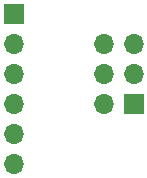
<source format=gbr>
G04 #@! TF.GenerationSoftware,KiCad,Pcbnew,(5.1.0)-1*
G04 #@! TF.CreationDate,2019-11-03T19:19:06-06:00*
G04 #@! TF.ProjectId,wenk_sao_jig,77656e6b-5f73-4616-9f5f-6a69672e6b69,rev?*
G04 #@! TF.SameCoordinates,Original*
G04 #@! TF.FileFunction,Copper,L1,Top*
G04 #@! TF.FilePolarity,Positive*
%FSLAX46Y46*%
G04 Gerber Fmt 4.6, Leading zero omitted, Abs format (unit mm)*
G04 Created by KiCad (PCBNEW (5.1.0)-1) date 2019-11-03 19:19:06*
%MOMM*%
%LPD*%
G04 APERTURE LIST*
%ADD10R,1.700000X1.700000*%
%ADD11O,1.700000X1.700000*%
G04 APERTURE END LIST*
D10*
X149860000Y-101600000D03*
D11*
X147320000Y-101600000D03*
X149860000Y-99060000D03*
X147320000Y-99060000D03*
X149860000Y-96520000D03*
X147320000Y-96520000D03*
D10*
X139700000Y-93980000D03*
D11*
X139700000Y-96520000D03*
X139700000Y-99060000D03*
X139700000Y-101600000D03*
X139700000Y-104140000D03*
X139700000Y-106680000D03*
M02*

</source>
